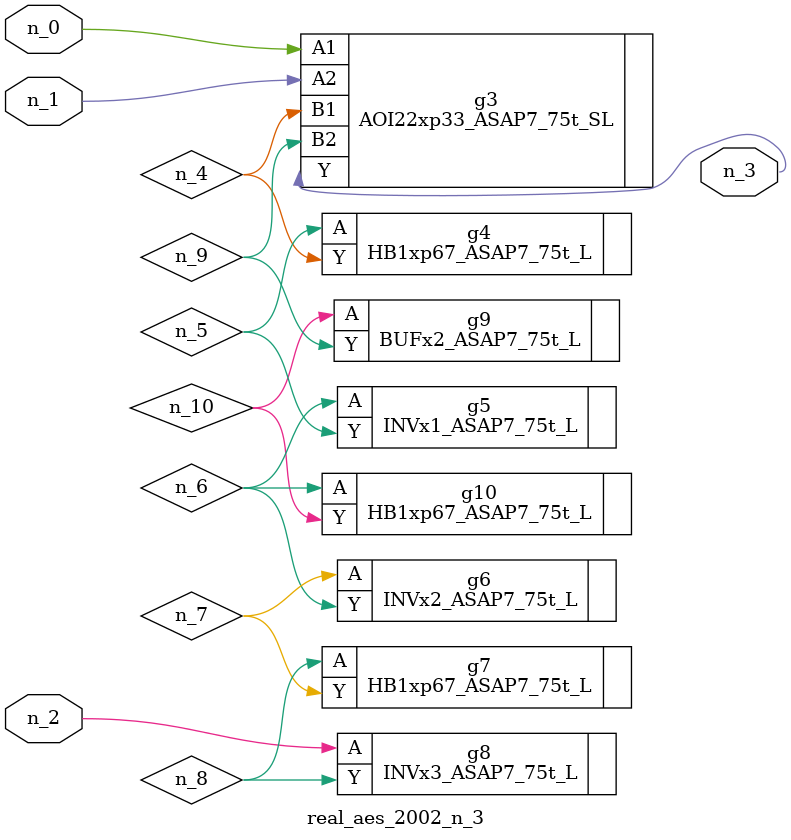
<source format=v>
module real_aes_2002_n_3 (n_0, n_2, n_1, n_3);
input n_0;
input n_2;
input n_1;
output n_3;
wire n_4;
wire n_5;
wire n_7;
wire n_9;
wire n_6;
wire n_8;
wire n_10;
AOI22xp33_ASAP7_75t_SL g3 ( .A1(n_0), .A2(n_1), .B1(n_4), .B2(n_9), .Y(n_3) );
INVx3_ASAP7_75t_L g8 ( .A(n_2), .Y(n_8) );
HB1xp67_ASAP7_75t_L g4 ( .A(n_5), .Y(n_4) );
INVx1_ASAP7_75t_L g5 ( .A(n_6), .Y(n_5) );
HB1xp67_ASAP7_75t_L g10 ( .A(n_6), .Y(n_10) );
INVx2_ASAP7_75t_L g6 ( .A(n_7), .Y(n_6) );
HB1xp67_ASAP7_75t_L g7 ( .A(n_8), .Y(n_7) );
BUFx2_ASAP7_75t_L g9 ( .A(n_10), .Y(n_9) );
endmodule
</source>
